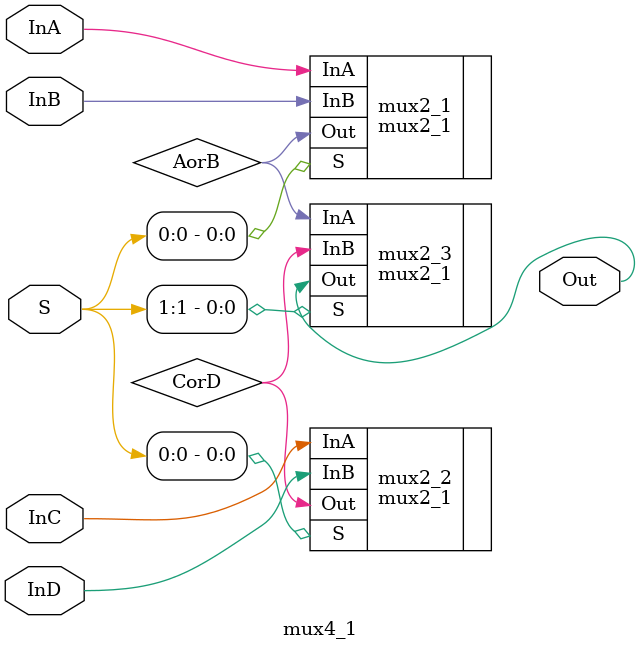
<source format=v>
module mux4_1(InA,InB,InC,InD,S,Out);
input InA, InB, InC, InD;
input [1:0] S;
output Out;
wire AorB, CorD;

mux2_1 mux2_1(.InA(InA), .InB(InB), .S(S[0]), .Out(AorB));
mux2_1 mux2_2(.InA(InC), .InB(InD), .S(S[0]), .Out(CorD));
mux2_1 mux2_3(.InA(AorB), .InB(CorD), .S(S[1]), .Out(Out));
endmodule

</source>
